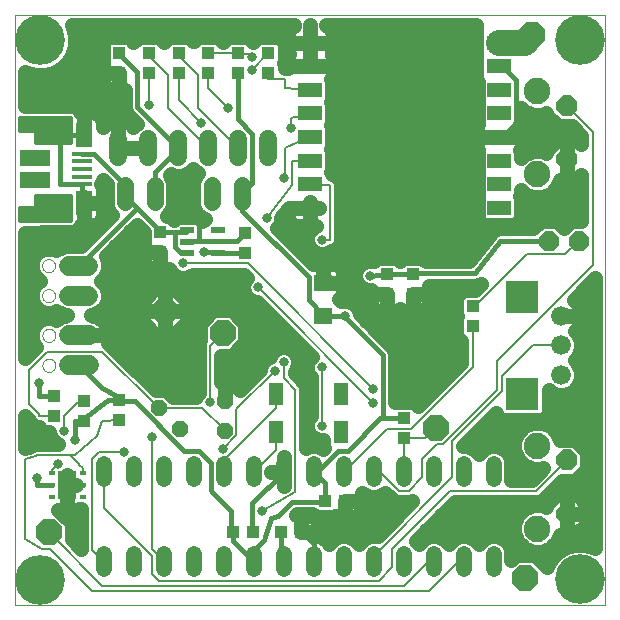
<source format=gbl>
G75*
%MOIN*%
%OFA0B0*%
%FSLAX24Y24*%
%IPPOS*%
%LPD*%
%AMOC8*
5,1,8,0,0,1.08239X$1,22.5*
%
%ADD10C,0.0000*%
%ADD11R,0.0630X0.0551*%
%ADD12R,0.0394X0.0433*%
%ADD13R,0.0433X0.0394*%
%ADD14R,0.0472X0.0217*%
%ADD15C,0.0520*%
%ADD16R,0.0512X0.0748*%
%ADD17R,0.0673X0.0157*%
%ADD18R,0.0575X0.0787*%
%ADD19R,0.0984X0.0541*%
%ADD20C,0.0160*%
%ADD21C,0.0560*%
%ADD22OC8,0.0660*%
%ADD23OC8,0.0850*%
%ADD24OC8,0.0700*%
%ADD25C,0.0885*%
%ADD26C,0.0660*%
%ADD27R,0.1102X0.1102*%
%ADD28C,0.0600*%
%ADD29C,0.0650*%
%ADD30OC8,0.0520*%
%ADD31R,0.0236X0.0157*%
%ADD32R,0.0591X0.0945*%
%ADD33R,0.0787X0.0512*%
%ADD34C,0.0317*%
%ADD35C,0.0500*%
%ADD36C,0.0199*%
%ADD37C,0.0080*%
%ADD38C,0.1660*%
%ADD39C,0.0860*%
D10*
X000350Y000350D02*
X000350Y020035D01*
X020035Y020035D01*
X020035Y000350D01*
X000350Y000350D01*
X001267Y008344D02*
X001269Y008373D01*
X001275Y008401D01*
X001284Y008429D01*
X001297Y008455D01*
X001314Y008478D01*
X001333Y008500D01*
X001355Y008519D01*
X001380Y008534D01*
X001406Y008547D01*
X001434Y008555D01*
X001462Y008560D01*
X001491Y008561D01*
X001520Y008558D01*
X001548Y008551D01*
X001575Y008541D01*
X001601Y008527D01*
X001624Y008510D01*
X001645Y008490D01*
X001663Y008467D01*
X001678Y008442D01*
X001689Y008415D01*
X001697Y008387D01*
X001701Y008358D01*
X001701Y008330D01*
X001697Y008301D01*
X001689Y008273D01*
X001678Y008246D01*
X001663Y008221D01*
X001645Y008198D01*
X001624Y008178D01*
X001601Y008161D01*
X001575Y008147D01*
X001548Y008137D01*
X001520Y008130D01*
X001491Y008127D01*
X001462Y008128D01*
X001434Y008133D01*
X001406Y008141D01*
X001380Y008154D01*
X001355Y008169D01*
X001333Y008188D01*
X001314Y008210D01*
X001297Y008233D01*
X001284Y008259D01*
X001275Y008287D01*
X001269Y008315D01*
X001267Y008344D01*
X001267Y009344D02*
X001269Y009373D01*
X001275Y009401D01*
X001284Y009429D01*
X001297Y009455D01*
X001314Y009478D01*
X001333Y009500D01*
X001355Y009519D01*
X001380Y009534D01*
X001406Y009547D01*
X001434Y009555D01*
X001462Y009560D01*
X001491Y009561D01*
X001520Y009558D01*
X001548Y009551D01*
X001575Y009541D01*
X001601Y009527D01*
X001624Y009510D01*
X001645Y009490D01*
X001663Y009467D01*
X001678Y009442D01*
X001689Y009415D01*
X001697Y009387D01*
X001701Y009358D01*
X001701Y009330D01*
X001697Y009301D01*
X001689Y009273D01*
X001678Y009246D01*
X001663Y009221D01*
X001645Y009198D01*
X001624Y009178D01*
X001601Y009161D01*
X001575Y009147D01*
X001548Y009137D01*
X001520Y009130D01*
X001491Y009127D01*
X001462Y009128D01*
X001434Y009133D01*
X001406Y009141D01*
X001380Y009154D01*
X001355Y009169D01*
X001333Y009188D01*
X001314Y009210D01*
X001297Y009233D01*
X001284Y009259D01*
X001275Y009287D01*
X001269Y009315D01*
X001267Y009344D01*
X001259Y010670D02*
X001261Y010699D01*
X001267Y010727D01*
X001276Y010755D01*
X001289Y010781D01*
X001306Y010804D01*
X001325Y010826D01*
X001347Y010845D01*
X001372Y010860D01*
X001398Y010873D01*
X001426Y010881D01*
X001454Y010886D01*
X001483Y010887D01*
X001512Y010884D01*
X001540Y010877D01*
X001567Y010867D01*
X001593Y010853D01*
X001616Y010836D01*
X001637Y010816D01*
X001655Y010793D01*
X001670Y010768D01*
X001681Y010741D01*
X001689Y010713D01*
X001693Y010684D01*
X001693Y010656D01*
X001689Y010627D01*
X001681Y010599D01*
X001670Y010572D01*
X001655Y010547D01*
X001637Y010524D01*
X001616Y010504D01*
X001593Y010487D01*
X001567Y010473D01*
X001540Y010463D01*
X001512Y010456D01*
X001483Y010453D01*
X001454Y010454D01*
X001426Y010459D01*
X001398Y010467D01*
X001372Y010480D01*
X001347Y010495D01*
X001325Y010514D01*
X001306Y010536D01*
X001289Y010559D01*
X001276Y010585D01*
X001267Y010613D01*
X001261Y010641D01*
X001259Y010670D01*
X001259Y011670D02*
X001261Y011699D01*
X001267Y011727D01*
X001276Y011755D01*
X001289Y011781D01*
X001306Y011804D01*
X001325Y011826D01*
X001347Y011845D01*
X001372Y011860D01*
X001398Y011873D01*
X001426Y011881D01*
X001454Y011886D01*
X001483Y011887D01*
X001512Y011884D01*
X001540Y011877D01*
X001567Y011867D01*
X001593Y011853D01*
X001616Y011836D01*
X001637Y011816D01*
X001655Y011793D01*
X001670Y011768D01*
X001681Y011741D01*
X001689Y011713D01*
X001693Y011684D01*
X001693Y011656D01*
X001689Y011627D01*
X001681Y011599D01*
X001670Y011572D01*
X001655Y011547D01*
X001637Y011524D01*
X001616Y011504D01*
X001593Y011487D01*
X001567Y011473D01*
X001540Y011463D01*
X001512Y011456D01*
X001483Y011453D01*
X001454Y011454D01*
X001426Y011459D01*
X001398Y011467D01*
X001372Y011480D01*
X001347Y011495D01*
X001325Y011514D01*
X001306Y011536D01*
X001289Y011559D01*
X001276Y011585D01*
X001267Y011613D01*
X001261Y011641D01*
X001259Y011670D01*
D11*
X010635Y011106D03*
X010635Y010003D03*
D12*
X012755Y010712D03*
X012755Y011381D03*
X013618Y011377D03*
X013618Y010708D03*
X008032Y012093D03*
X008032Y012762D03*
X005179Y012786D03*
X005179Y012117D03*
X003814Y018089D03*
X003814Y018758D03*
X006789Y018758D03*
X006789Y018089D03*
D13*
X007787Y018089D03*
X008807Y018089D03*
X008807Y018758D03*
X007787Y018758D03*
X005812Y018758D03*
X004812Y018758D03*
X004812Y018089D03*
X005812Y018089D03*
X015613Y010319D03*
X015613Y009650D03*
X013327Y006585D03*
X013327Y005916D03*
X011372Y003824D03*
X010703Y003824D03*
X009905Y002795D03*
X009236Y002795D03*
X008277Y002805D03*
X007608Y002805D03*
X003812Y006508D03*
X002669Y006501D03*
X001656Y006643D03*
X001656Y007312D03*
X002669Y007170D03*
X003812Y007177D03*
D14*
X006095Y012096D03*
X006095Y012470D03*
X006095Y012844D03*
X007119Y012844D03*
X007119Y012096D03*
D15*
X007317Y005065D02*
X007317Y004545D01*
X006317Y004545D02*
X006317Y005065D01*
X005317Y005065D02*
X005317Y004545D01*
X004317Y004545D02*
X004317Y005065D01*
X003317Y005065D02*
X003317Y004545D01*
X003317Y002065D02*
X003317Y001545D01*
X004317Y001545D02*
X004317Y002065D01*
X005317Y002065D02*
X005317Y001545D01*
X006317Y001545D02*
X006317Y002065D01*
X007317Y002065D02*
X007317Y001545D01*
X008317Y001545D02*
X008317Y002065D01*
X009317Y002065D02*
X009317Y001545D01*
X010317Y001545D02*
X010317Y002065D01*
X011317Y002065D02*
X011317Y001545D01*
X012317Y001545D02*
X012317Y002065D01*
X013317Y002065D02*
X013317Y001545D01*
X014317Y001545D02*
X014317Y002065D01*
X015317Y002065D02*
X015317Y001545D01*
X016317Y001545D02*
X016317Y002065D01*
X016317Y004545D02*
X016317Y005065D01*
X015317Y005065D02*
X015317Y004545D01*
X014317Y004545D02*
X014317Y005065D01*
X013317Y005065D02*
X013317Y004545D01*
X012317Y004545D02*
X012317Y005065D01*
X011317Y005065D02*
X011317Y004545D01*
X010317Y004545D02*
X010317Y005065D01*
X009317Y005065D02*
X009317Y004545D01*
X008317Y004545D02*
X008317Y005065D01*
D16*
X009049Y006125D03*
X011214Y006125D03*
X011214Y007385D03*
X009049Y007385D03*
D17*
X002598Y014382D03*
X002598Y014638D03*
X002598Y014894D03*
X002598Y015150D03*
X002598Y015406D03*
D18*
X002649Y016036D03*
X002649Y013752D03*
D19*
X001011Y014525D03*
X001011Y015263D03*
D20*
X001069Y015779D02*
X002179Y015779D01*
X002179Y016596D01*
X001167Y016596D01*
X001169Y016595D01*
X000539Y016595D01*
X000537Y016200D01*
X001069Y016200D01*
X002179Y016200D01*
X002179Y016042D02*
X001069Y016042D01*
X001069Y016200D02*
X001069Y015779D01*
X001069Y015883D02*
X002179Y015883D01*
X001850Y016036D02*
X001850Y014378D01*
X002598Y014378D01*
X002598Y014382D01*
X002602Y014381D01*
X002602Y013807D01*
X002649Y013759D01*
X002649Y013752D01*
X002179Y013823D02*
X001069Y013823D01*
X001069Y013981D02*
X002179Y013981D01*
X002179Y014002D02*
X001069Y014002D01*
X001069Y013581D01*
X000537Y013581D01*
X000535Y013184D01*
X001165Y013184D01*
X001167Y013185D01*
X002179Y013185D01*
X002179Y014002D01*
X002179Y013664D02*
X001069Y013664D01*
X000537Y013506D02*
X002179Y013506D01*
X002179Y013347D02*
X000536Y013347D01*
X000535Y013189D02*
X002179Y013189D01*
X004019Y013988D02*
X004021Y014070D01*
X004019Y014074D01*
X004019Y014374D01*
X002988Y015405D01*
X002602Y015405D01*
X002598Y015406D01*
X002649Y016036D02*
X001850Y016036D01*
X002179Y016359D02*
X000538Y016359D01*
X000538Y016517D02*
X002179Y016517D01*
X004429Y016964D02*
X005799Y015594D01*
X005804Y015589D01*
X005767Y015515D01*
X005027Y014775D01*
X005027Y014074D01*
X005021Y014070D01*
X004409Y013598D02*
X002484Y011673D01*
X002476Y011670D01*
X004409Y013598D02*
X005145Y012862D01*
X005179Y012786D01*
X005185Y012791D01*
X005696Y012791D01*
X005696Y012295D01*
X005893Y012098D01*
X006090Y012098D01*
X006095Y012096D01*
X006641Y012130D02*
X007043Y012130D01*
X007119Y012096D01*
X007122Y012098D01*
X008027Y012098D01*
X008032Y012093D01*
X007744Y012476D02*
X008027Y012759D01*
X008032Y012762D01*
X007744Y012476D02*
X006492Y012476D01*
X006492Y013019D01*
X006397Y013114D01*
X005673Y013114D01*
X006090Y012838D02*
X006095Y012844D01*
X006090Y012838D02*
X006043Y012791D01*
X005696Y012791D01*
X006098Y012476D02*
X006095Y012470D01*
X006098Y012476D02*
X006492Y012476D01*
X007933Y013507D02*
X010153Y011287D01*
X010153Y010515D01*
X010594Y010074D01*
X010635Y010003D01*
X010641Y010004D01*
X011358Y010004D01*
X011389Y009925D01*
X012626Y008689D01*
X012626Y006578D01*
X013326Y006578D01*
X013327Y006585D01*
X012626Y006578D02*
X012531Y006578D01*
X011444Y005492D01*
X011137Y005492D01*
X010437Y004791D01*
X010317Y004805D01*
X010319Y004799D01*
X010696Y004421D01*
X010696Y003830D01*
X010703Y003824D01*
X010618Y003799D01*
X009594Y003799D01*
X009126Y003330D01*
X008907Y003252D01*
X008657Y002531D01*
X008177Y002051D01*
X008317Y001805D01*
X008311Y001807D01*
X007610Y002507D01*
X007610Y002799D01*
X007608Y002805D01*
X007555Y002870D01*
X007555Y003492D01*
X006925Y004122D01*
X006893Y004200D01*
X006893Y005090D01*
X006492Y005492D01*
X005996Y005492D01*
X004342Y007145D01*
X003885Y007145D01*
X003812Y007177D01*
X003756Y007334D01*
X003256Y007578D01*
X002492Y008342D01*
X002484Y008344D01*
X001161Y007752D02*
X001161Y007319D01*
X001656Y007312D01*
X002594Y006555D02*
X002619Y006572D01*
X002665Y006507D01*
X002669Y006501D01*
X002350Y006501D01*
X002350Y005850D01*
X002619Y006572D02*
X003474Y007185D01*
X003812Y007177D01*
X001082Y004602D02*
X001100Y004350D01*
X001588Y004350D01*
X002100Y004350D02*
X002100Y003350D01*
X002100Y004350D02*
X002612Y004350D01*
X008263Y003752D02*
X008263Y003114D01*
X008271Y003106D01*
X008271Y002807D01*
X008277Y002805D01*
X009236Y002795D02*
X009240Y002791D01*
X009240Y001878D01*
X009311Y001807D01*
X009317Y001805D01*
X010311Y001807D02*
X010311Y002389D01*
X009909Y002791D01*
X009905Y002795D01*
X010850Y002795D01*
X010850Y002850D01*
X010817Y002850D01*
X010317Y001805D02*
X010311Y001807D01*
X008263Y003752D02*
X009311Y004799D01*
X009317Y004805D01*
X012189Y011334D02*
X012755Y011381D01*
X012759Y011381D01*
X013618Y011381D01*
X013618Y011377D01*
X013696Y011413D01*
X015696Y011413D01*
X016533Y012500D01*
X018153Y012500D01*
X018157Y012502D01*
X016578Y015941D02*
X016500Y015956D01*
X016498Y015958D01*
X016578Y015941D02*
X017059Y016421D01*
X017059Y017854D01*
X016626Y018287D01*
X016578Y018287D01*
X016500Y018319D01*
X016500Y018350D01*
X008271Y016074D02*
X008271Y014421D01*
X007917Y014067D01*
X007916Y014063D01*
X007933Y013980D01*
X007933Y013507D01*
X010200Y013594D02*
X010443Y013533D01*
X010200Y013594D01*
X010443Y013541D01*
X010200Y013594D01*
X008271Y016074D02*
X007791Y016555D01*
X007791Y018082D01*
X007787Y018089D01*
X004429Y018114D02*
X004429Y016964D01*
X004429Y018114D02*
X003815Y018728D01*
X003815Y018752D01*
X003814Y018758D01*
X004019Y013988D02*
X004409Y013598D01*
D21*
X004021Y013790D02*
X004021Y014350D01*
X005021Y014350D02*
X005021Y013790D01*
X006916Y013783D02*
X006916Y014343D01*
X007916Y014343D02*
X007916Y013783D01*
D22*
X018157Y012502D03*
X019157Y012502D03*
D23*
X014380Y006269D03*
X007280Y009422D03*
X005350Y010143D03*
X001486Y002777D03*
X017371Y001258D03*
X017600Y019350D03*
D24*
X018753Y016988D03*
X018753Y015208D03*
X018753Y005177D03*
X018753Y003397D03*
D25*
X017773Y002907D03*
X017773Y005667D03*
X017773Y014718D03*
X017773Y017478D03*
D26*
X018568Y009996D03*
X018568Y009011D03*
X018568Y008027D03*
D27*
X017268Y007397D03*
X017268Y010626D03*
D28*
X008804Y015289D02*
X008804Y015889D01*
X007804Y015889D02*
X007804Y015289D01*
X006804Y015289D02*
X006804Y015889D01*
X005804Y015889D02*
X005804Y015289D01*
X004804Y015289D02*
X004804Y015889D01*
X003804Y015889D02*
X003804Y015289D01*
D29*
X002801Y011670D02*
X002151Y011670D01*
X002151Y010670D02*
X002801Y010670D01*
X002809Y009344D02*
X002160Y009344D01*
X002160Y008344D02*
X002809Y008344D01*
D30*
X005153Y006930D03*
X005853Y006230D03*
X007351Y006170D03*
X007351Y007170D03*
D31*
X002612Y004744D03*
X002612Y004350D03*
X002612Y003956D03*
X001588Y003956D03*
X001588Y004350D03*
X001588Y004744D03*
D32*
X002100Y004350D03*
D33*
X010200Y013594D03*
X010200Y014381D03*
X010200Y015169D03*
X010200Y015956D03*
X010200Y016744D03*
X010200Y017531D03*
X010200Y018319D03*
X010200Y019106D03*
X016500Y019106D03*
X016500Y018319D03*
X016500Y017531D03*
X016500Y016744D03*
X016500Y015956D03*
X016500Y015169D03*
X016500Y014381D03*
X016500Y013594D03*
D34*
X012189Y011334D03*
X011358Y010004D03*
X009311Y008452D03*
X009027Y008169D03*
X010586Y008279D03*
X012303Y007570D03*
X012303Y007098D03*
X010586Y006334D03*
X007279Y005570D03*
X004933Y005941D03*
X003988Y005452D03*
X002350Y005850D03*
X001994Y006169D03*
X000626Y006100D03*
X001783Y005059D03*
X001082Y004602D03*
X002100Y003350D03*
X008586Y003498D03*
X010817Y002850D03*
X006846Y007114D03*
X001161Y007752D03*
X005956Y011744D03*
X006641Y012130D03*
X005673Y013114D03*
X008744Y013248D03*
X010586Y012535D03*
X008460Y010941D03*
X009311Y014602D03*
X009561Y016254D03*
X007468Y016925D03*
X006570Y016421D03*
X004815Y017035D03*
X008248Y018200D03*
X008256Y018610D03*
D35*
X008297Y019109D02*
X008283Y019142D01*
X008190Y019235D01*
X008069Y019285D01*
X007504Y019285D01*
X007383Y019235D01*
X007290Y019142D01*
X007285Y019129D01*
X007279Y019129D01*
X007265Y019162D01*
X007172Y019255D01*
X007051Y019305D01*
X006526Y019305D01*
X006405Y019255D01*
X006312Y019162D01*
X006305Y019145D01*
X006216Y019235D01*
X006094Y019285D01*
X005530Y019285D01*
X005409Y019235D01*
X005316Y019142D01*
X005312Y019133D01*
X005308Y019142D01*
X005215Y019235D01*
X005094Y019285D01*
X004530Y019285D01*
X004408Y019235D01*
X004315Y019142D01*
X004307Y019122D01*
X004290Y019162D01*
X004198Y019255D01*
X004076Y019305D01*
X003551Y019305D01*
X003430Y019255D01*
X003337Y019162D01*
X003287Y019040D01*
X003287Y018476D01*
X003298Y018450D01*
X003280Y018408D01*
X003267Y018340D01*
X003267Y018089D01*
X003267Y017838D01*
X003280Y017770D01*
X003307Y017707D01*
X003345Y017649D01*
X003394Y017601D01*
X003451Y017562D01*
X003515Y017536D01*
X003582Y017522D01*
X003814Y017522D01*
X004019Y017522D01*
X004019Y016883D01*
X004081Y016732D01*
X004408Y016405D01*
X004374Y016379D01*
X004314Y016319D01*
X004304Y016305D01*
X004294Y016319D01*
X004233Y016379D01*
X004166Y016431D01*
X004092Y016473D01*
X004013Y016506D01*
X003931Y016528D01*
X003847Y016539D01*
X003804Y016539D01*
X003804Y015589D01*
X003804Y015589D01*
X004154Y015589D01*
X004804Y015589D01*
X004804Y015589D01*
X003804Y015589D01*
X003804Y015589D01*
X003804Y016539D01*
X003761Y016539D01*
X003677Y016528D01*
X003595Y016506D01*
X003516Y016473D01*
X003442Y016431D01*
X003374Y016379D01*
X003314Y016319D01*
X003287Y016283D01*
X003287Y016464D01*
X003273Y016532D01*
X003247Y016595D01*
X003208Y016653D01*
X003160Y016701D01*
X003102Y016740D01*
X003039Y016766D01*
X002971Y016779D01*
X002649Y016779D01*
X002546Y016779D01*
X002526Y016828D01*
X002411Y016943D01*
X002260Y017006D01*
X001188Y017006D01*
X001129Y017012D01*
X001108Y017006D01*
X001085Y017006D01*
X001083Y017005D01*
X000700Y017005D01*
X000700Y018125D01*
X000753Y018094D01*
X001048Y018015D01*
X001353Y018015D01*
X001648Y018094D01*
X001913Y018247D01*
X002129Y018463D01*
X002282Y018727D01*
X002361Y019022D01*
X002361Y019328D01*
X002282Y019623D01*
X002246Y019685D01*
X009672Y019685D01*
X009641Y019672D01*
X009584Y019634D01*
X009535Y019585D01*
X009497Y019528D01*
X009470Y019464D01*
X009457Y019396D01*
X009457Y019106D01*
X010200Y019106D01*
X010200Y019106D01*
X009457Y019106D01*
X009457Y018816D01*
X009470Y018748D01*
X009485Y018712D01*
X009470Y018676D01*
X009457Y018609D01*
X009457Y018319D01*
X010200Y018319D01*
X010200Y019106D01*
X010200Y019685D01*
X010200Y019685D01*
X010200Y019106D01*
X010200Y019106D01*
X010200Y019106D01*
X010200Y018500D01*
X010200Y018319D01*
X010200Y018319D01*
X010200Y018318D01*
X009457Y018318D01*
X009457Y018242D01*
X009424Y018255D01*
X009353Y018255D01*
X009353Y018352D01*
X009323Y018424D01*
X009353Y018496D01*
X009353Y019021D01*
X009303Y019142D01*
X009210Y019235D01*
X009089Y019285D01*
X008524Y019285D01*
X008403Y019235D01*
X008310Y019142D01*
X008297Y019109D01*
X009353Y018795D02*
X009461Y018795D01*
X009457Y019293D02*
X007080Y019293D01*
X006497Y019293D02*
X004105Y019293D01*
X003523Y019293D02*
X002361Y019293D01*
X002300Y018795D02*
X003287Y018795D01*
X003267Y018296D02*
X001962Y018296D01*
X003267Y018089D02*
X003814Y018089D01*
X003814Y017522D01*
X003814Y018089D01*
X003814Y018089D01*
X003267Y018089D01*
X003275Y017798D02*
X000700Y017798D01*
X000700Y017299D02*
X004019Y017299D01*
X004053Y016801D02*
X002538Y016801D01*
X002649Y016779D02*
X002649Y016036D01*
X002649Y016036D01*
X002649Y016779D01*
X002649Y016302D02*
X002649Y016302D01*
X003287Y016302D02*
X003302Y016302D01*
X003804Y016302D02*
X003804Y016302D01*
X003804Y015804D02*
X003804Y015804D01*
X005533Y014701D02*
X005546Y014714D01*
X005679Y014659D01*
X005929Y014659D01*
X006161Y014755D01*
X006304Y014898D01*
X006447Y014755D01*
X006460Y014750D01*
X006399Y014688D01*
X006306Y014464D01*
X006306Y013662D01*
X006399Y013437D01*
X006571Y013266D01*
X006683Y013219D01*
X006607Y013144D01*
X006518Y013232D01*
X006397Y013282D01*
X005793Y013282D01*
X005672Y013232D01*
X005643Y013203D01*
X005563Y013282D01*
X005442Y013333D01*
X005426Y013333D01*
X005538Y013444D01*
X005631Y013669D01*
X005631Y014471D01*
X005538Y014695D01*
X005533Y014701D01*
X005631Y014308D02*
X006306Y014308D01*
X006212Y014807D02*
X006396Y014807D01*
X006306Y013810D02*
X005631Y013810D01*
X005494Y013311D02*
X006525Y013311D01*
X004653Y012775D02*
X004653Y012504D01*
X004664Y012478D01*
X004646Y012435D01*
X004633Y012368D01*
X004633Y012117D01*
X005179Y012117D01*
X005179Y012117D01*
X004633Y012117D01*
X004633Y011866D01*
X004646Y011798D01*
X004672Y011735D01*
X004711Y011677D01*
X004760Y011628D01*
X004817Y011590D01*
X004881Y011564D01*
X004948Y011550D01*
X005179Y011550D01*
X005179Y012117D01*
X005179Y012117D01*
X005179Y011550D01*
X005411Y011550D01*
X005478Y011564D01*
X005499Y011572D01*
X005542Y011467D01*
X005680Y011330D01*
X005859Y011255D01*
X006053Y011255D01*
X006233Y011330D01*
X006277Y011374D01*
X007976Y011374D01*
X008089Y011261D01*
X008046Y011217D01*
X007972Y011038D01*
X007972Y010843D01*
X008046Y010664D01*
X008184Y010526D01*
X008363Y010452D01*
X008425Y010452D01*
X010247Y008631D01*
X010172Y008556D01*
X010098Y008376D01*
X010098Y008182D01*
X010172Y008002D01*
X010216Y007958D01*
X010216Y006655D01*
X010172Y006611D01*
X010098Y006431D01*
X010098Y006237D01*
X010172Y006058D01*
X010310Y005920D01*
X010489Y005846D01*
X010628Y005846D01*
X010628Y005685D01*
X010664Y005598D01*
X010637Y005571D01*
X010435Y005655D01*
X010200Y005655D01*
X010074Y005603D01*
X010074Y007605D01*
X010018Y007741D01*
X009914Y007845D01*
X009681Y008078D01*
X009681Y008132D01*
X009725Y008176D01*
X009799Y008355D01*
X009799Y008550D01*
X009725Y008729D01*
X009587Y008866D01*
X009408Y008941D01*
X009213Y008941D01*
X009034Y008866D01*
X008897Y008729D01*
X008854Y008626D01*
X008750Y008583D01*
X008613Y008446D01*
X008539Y008266D01*
X008539Y008204D01*
X007859Y007524D01*
X007604Y007780D01*
X007351Y007780D01*
X007216Y007780D01*
X007216Y008667D01*
X007593Y008667D01*
X008035Y009109D01*
X008035Y009735D01*
X007593Y010177D01*
X006967Y010177D01*
X006525Y009735D01*
X006525Y009179D01*
X006476Y009061D01*
X006476Y007435D01*
X006432Y007390D01*
X006392Y007295D01*
X005622Y007295D01*
X005397Y007520D01*
X005058Y007520D01*
X003473Y009105D01*
X003445Y009116D01*
X003450Y009127D01*
X003472Y009212D01*
X003484Y009300D01*
X003484Y009344D01*
X003484Y009388D01*
X003472Y009476D01*
X003450Y009561D01*
X003416Y009643D01*
X003372Y009720D01*
X003318Y009790D01*
X003255Y009852D01*
X003185Y009906D01*
X003108Y009950D01*
X003027Y009984D01*
X002941Y010007D01*
X002878Y010016D01*
X002931Y010016D01*
X003172Y010115D01*
X003356Y010299D01*
X003456Y010540D01*
X003456Y010801D01*
X003356Y011041D01*
X003227Y011170D01*
X003356Y011299D01*
X003456Y011540D01*
X003456Y011801D01*
X003378Y011988D01*
X004409Y013018D01*
X004653Y012775D01*
X004615Y012813D02*
X004203Y012813D01*
X004633Y012314D02*
X003705Y012314D01*
X003044Y012813D02*
X002350Y012813D01*
X002411Y012838D02*
X002526Y012953D01*
X002549Y013009D01*
X002649Y013009D01*
X002649Y013752D01*
X002649Y013752D01*
X002649Y013009D01*
X002971Y013009D01*
X003039Y013022D01*
X003102Y013048D01*
X003160Y013087D01*
X003208Y013135D01*
X003247Y013193D01*
X003273Y013256D01*
X003287Y013324D01*
X003287Y013752D01*
X002649Y013752D01*
X002649Y013752D01*
X002649Y013953D01*
X002649Y013953D01*
X002649Y013752D01*
X002649Y013752D01*
X003287Y013752D01*
X003287Y014180D01*
X003277Y014230D01*
X003285Y014269D01*
X003285Y014382D01*
X003218Y014382D01*
X003218Y014382D01*
X003285Y014382D01*
X003285Y014495D01*
X003276Y014537D01*
X003411Y014402D01*
X003411Y013669D01*
X003504Y013444D01*
X003590Y013358D01*
X002556Y012325D01*
X002021Y012325D01*
X001781Y012225D01*
X001732Y012177D01*
X001589Y012237D01*
X001364Y012237D01*
X001155Y012151D01*
X000996Y011991D01*
X000910Y011783D01*
X000910Y011558D01*
X000996Y011349D01*
X001155Y011190D01*
X001203Y011170D01*
X001155Y011151D01*
X000996Y010991D01*
X000910Y010783D01*
X000910Y010558D01*
X000996Y010349D01*
X001155Y010190D01*
X001364Y010104D01*
X001589Y010104D01*
X001732Y010163D01*
X001781Y010115D01*
X002021Y010016D01*
X002091Y010016D01*
X002028Y010007D01*
X001942Y009984D01*
X001861Y009950D01*
X001784Y009906D01*
X001722Y009859D01*
X001597Y009910D01*
X001372Y009910D01*
X001164Y009824D01*
X001004Y009665D01*
X000918Y009457D01*
X000918Y009231D01*
X001004Y009023D01*
X001067Y008960D01*
X000700Y008593D01*
X000700Y012774D01*
X001106Y012774D01*
X001128Y012768D01*
X001187Y012774D01*
X001246Y012774D01*
X001249Y012775D01*
X002260Y012775D01*
X002411Y012838D01*
X001994Y012314D02*
X000700Y012314D01*
X000700Y011816D02*
X000923Y011816D01*
X001028Y011317D02*
X000700Y011317D01*
X000700Y010819D02*
X000924Y010819D01*
X001025Y010320D02*
X000700Y010320D01*
X000700Y009822D02*
X001161Y009822D01*
X000918Y009323D02*
X000700Y009323D01*
X000700Y008825D02*
X000931Y008825D01*
X002484Y009344D02*
X002484Y009344D01*
X003484Y009344D01*
X002484Y009344D01*
X003286Y009822D02*
X004575Y009822D01*
X005029Y009368D01*
X005350Y009368D01*
X005671Y009368D01*
X006125Y009822D01*
X006125Y010143D01*
X005350Y010143D01*
X005350Y010143D01*
X005350Y009368D01*
X005350Y010143D01*
X005350Y010143D01*
X006125Y010143D01*
X006125Y010464D01*
X005671Y010918D01*
X005350Y010918D01*
X005350Y010143D01*
X005350Y010143D01*
X004575Y010143D01*
X004575Y009822D01*
X004575Y010143D02*
X005350Y010143D01*
X005350Y010143D01*
X005350Y010918D01*
X005029Y010918D01*
X004575Y010464D01*
X004575Y010143D01*
X004575Y010320D02*
X003365Y010320D01*
X003448Y010819D02*
X004929Y010819D01*
X005350Y010819D02*
X005350Y010819D01*
X005770Y010819D02*
X007982Y010819D01*
X008033Y011317D02*
X006202Y011317D01*
X005710Y011317D02*
X003363Y011317D01*
X003450Y011816D02*
X004643Y011816D01*
X005179Y011816D02*
X005179Y011816D01*
X005350Y010320D02*
X005350Y010320D01*
X005350Y009822D02*
X005350Y009822D01*
X006124Y009822D02*
X006612Y009822D01*
X006125Y010320D02*
X008558Y010320D01*
X009056Y009822D02*
X007948Y009822D01*
X008035Y009323D02*
X009555Y009323D01*
X009629Y008825D02*
X010053Y008825D01*
X010098Y008326D02*
X009787Y008326D01*
X009931Y007828D02*
X010216Y007828D01*
X010216Y007329D02*
X010074Y007329D01*
X010074Y006831D02*
X010216Y006831D01*
X010098Y006332D02*
X010074Y006332D01*
X010074Y005834D02*
X010628Y005834D01*
X009317Y005282D02*
X009317Y004805D01*
X008907Y004805D01*
X008907Y004805D01*
X009317Y004805D01*
X009317Y004805D01*
X009317Y004325D01*
X009317Y004325D01*
X009317Y004805D01*
X009317Y004805D01*
X009317Y005282D01*
X009317Y005282D01*
X009317Y004837D02*
X009317Y004837D01*
X009317Y004805D02*
X009317Y004805D01*
X009334Y004805D01*
X009334Y004805D01*
X009317Y004805D01*
X009317Y004805D01*
X009317Y004338D02*
X009317Y004338D01*
X009764Y003389D02*
X010258Y003389D01*
X010300Y003347D01*
X010421Y003297D01*
X010985Y003297D01*
X011012Y003308D01*
X011054Y003290D01*
X011121Y003277D01*
X011372Y003277D01*
X011372Y003824D01*
X011372Y003824D01*
X011939Y003824D01*
X011939Y004055D01*
X011931Y004098D01*
X011983Y004045D01*
X012200Y003955D01*
X012435Y003955D01*
X012651Y004045D01*
X012703Y004096D01*
X012847Y003951D01*
X012951Y003847D01*
X013087Y003791D01*
X013550Y003791D01*
X013606Y003814D01*
X012443Y002652D01*
X012435Y002655D01*
X012200Y002655D01*
X011983Y002565D01*
X011817Y002400D01*
X011651Y002565D01*
X011435Y002655D01*
X011200Y002655D01*
X010983Y002565D01*
X010824Y002406D01*
X010783Y002463D01*
X010715Y002531D01*
X010637Y002587D01*
X010551Y002631D01*
X010471Y002657D01*
X010471Y002795D01*
X009905Y002795D01*
X009905Y002795D01*
X010471Y002795D01*
X010471Y003027D01*
X010458Y003094D01*
X010432Y003158D01*
X010393Y003215D01*
X010345Y003264D01*
X010287Y003302D01*
X010224Y003329D01*
X010156Y003342D01*
X009905Y003342D01*
X009905Y002795D01*
X009905Y002795D01*
X009905Y003342D01*
X009717Y003342D01*
X009764Y003389D01*
X009905Y003341D02*
X009905Y003341D01*
X010162Y003341D02*
X010315Y003341D01*
X010471Y002843D02*
X012634Y002843D01*
X013133Y003341D02*
X011791Y003341D01*
X011812Y003355D02*
X011861Y003404D01*
X011899Y003461D01*
X011925Y003525D01*
X011939Y003593D01*
X011939Y003824D01*
X011372Y003824D01*
X011372Y003824D01*
X011372Y003277D01*
X011623Y003277D01*
X011691Y003290D01*
X011755Y003317D01*
X011812Y003355D01*
X011372Y003341D02*
X011372Y003341D01*
X011939Y003840D02*
X012970Y003840D01*
X014573Y003341D02*
X017117Y003341D01*
X017118Y003345D02*
X017001Y003061D01*
X017001Y002753D01*
X017118Y002469D01*
X017336Y002252D01*
X017620Y002135D01*
X017927Y002135D01*
X018211Y002252D01*
X018428Y002469D01*
X018523Y002697D01*
X018753Y002697D01*
X018753Y003397D01*
X018753Y004097D01*
X018463Y004097D01*
X018053Y003687D01*
X018053Y003627D01*
X017927Y003680D01*
X017620Y003680D01*
X017336Y003562D01*
X017118Y003345D01*
X017809Y003791D02*
X017945Y003847D01*
X018595Y004497D01*
X019035Y004497D01*
X019433Y004895D01*
X019433Y005459D01*
X019035Y005857D01*
X018531Y005857D01*
X018428Y006105D01*
X018211Y006322D01*
X017927Y006440D01*
X017620Y006440D01*
X017336Y006322D01*
X017118Y006105D01*
X017001Y005821D01*
X017001Y005513D01*
X017118Y005229D01*
X017336Y005012D01*
X017620Y004895D01*
X017927Y004895D01*
X017959Y004908D01*
X017583Y004531D01*
X016907Y004531D01*
X016907Y005183D01*
X016817Y005399D01*
X016651Y005565D01*
X016435Y005655D01*
X016200Y005655D01*
X015983Y005565D01*
X015817Y005400D01*
X015651Y005565D01*
X015435Y005655D01*
X015303Y005655D01*
X015303Y005661D01*
X016397Y006756D01*
X016437Y006659D01*
X016530Y006566D01*
X016652Y006516D01*
X017885Y006516D01*
X018007Y006566D01*
X018099Y006659D01*
X018150Y006780D01*
X018150Y007512D01*
X018194Y007468D01*
X018436Y007367D01*
X018699Y007367D01*
X018942Y007468D01*
X019127Y007653D01*
X019228Y007896D01*
X019228Y008158D01*
X019127Y008401D01*
X019009Y008519D01*
X019127Y008638D01*
X019228Y008880D01*
X019228Y009143D01*
X019127Y009385D01*
X019023Y009489D01*
X019080Y009546D01*
X019134Y009617D01*
X019179Y009694D01*
X019213Y009777D01*
X019236Y009863D01*
X019248Y009951D01*
X019248Y009996D01*
X019248Y010040D01*
X019236Y010129D01*
X019213Y010215D01*
X019179Y010297D01*
X019134Y010374D01*
X019080Y010445D01*
X019017Y010508D01*
X018981Y010536D01*
X019685Y011241D01*
X019685Y002260D01*
X019627Y002293D01*
X019332Y002372D01*
X019027Y002372D01*
X018732Y002293D01*
X018467Y002140D01*
X018251Y001924D01*
X018099Y001660D01*
X018085Y001611D01*
X017684Y002013D01*
X017058Y002013D01*
X016907Y001862D01*
X016907Y002183D01*
X016817Y002399D01*
X016651Y002565D01*
X016435Y002655D01*
X016200Y002655D01*
X015983Y002565D01*
X015817Y002400D01*
X015651Y002565D01*
X015435Y002655D01*
X015200Y002655D01*
X014983Y002565D01*
X014817Y002400D01*
X014651Y002565D01*
X014435Y002655D01*
X014200Y002655D01*
X013983Y002565D01*
X013817Y002400D01*
X013724Y002492D01*
X015023Y003791D01*
X017809Y003791D01*
X017926Y003840D02*
X018206Y003840D01*
X018753Y003840D02*
X018753Y003840D01*
X018753Y004097D02*
X018753Y003397D01*
X018753Y003397D01*
X018753Y003397D01*
X018753Y002697D01*
X019043Y002697D01*
X019453Y003107D01*
X019453Y003397D01*
X018753Y003397D01*
X019453Y003397D01*
X019453Y003687D01*
X019043Y004097D01*
X018753Y004097D01*
X018436Y004338D02*
X019685Y004338D01*
X019685Y004837D02*
X019375Y004837D01*
X019433Y005335D02*
X019685Y005335D01*
X019685Y005834D02*
X019059Y005834D01*
X019685Y006332D02*
X018187Y006332D01*
X018150Y006831D02*
X019685Y006831D01*
X019685Y007329D02*
X018150Y007329D01*
X019199Y007828D02*
X019685Y007828D01*
X019685Y008326D02*
X019158Y008326D01*
X019205Y008825D02*
X019685Y008825D01*
X019685Y009323D02*
X019153Y009323D01*
X019225Y009822D02*
X019685Y009822D01*
X019248Y009996D02*
X018568Y009996D01*
X019248Y009996D01*
X019166Y010320D02*
X019685Y010320D01*
X019685Y010819D02*
X019263Y010819D01*
X018568Y009996D02*
X018568Y009996D01*
X015901Y011054D02*
X015693Y010846D01*
X015330Y010846D01*
X015209Y010796D01*
X015116Y010703D01*
X015066Y010582D01*
X015066Y010057D01*
X015096Y009985D01*
X015066Y009912D01*
X015066Y009387D01*
X015116Y009266D01*
X015209Y009173D01*
X015240Y009161D01*
X015240Y008432D01*
X013800Y006993D01*
X013731Y007062D01*
X013609Y007112D01*
X013045Y007112D01*
X013036Y007108D01*
X013036Y008770D01*
X012973Y008921D01*
X011846Y010048D01*
X011846Y010101D01*
X011772Y010280D01*
X011635Y010418D01*
X011455Y010492D01*
X011261Y010492D01*
X011220Y010475D01*
X011151Y010544D01*
X011173Y010558D01*
X011221Y010607D01*
X011260Y010664D01*
X011286Y010728D01*
X011300Y010796D01*
X011300Y011106D01*
X011300Y011416D01*
X011286Y011483D01*
X011260Y011547D01*
X011221Y011604D01*
X011173Y011653D01*
X011115Y011691D01*
X011052Y011718D01*
X010984Y011731D01*
X010635Y011731D01*
X010635Y011106D01*
X010635Y011106D01*
X011300Y011106D01*
X010635Y011106D01*
X010635Y011106D01*
X010635Y011731D01*
X010289Y011731D01*
X009103Y012917D01*
X009158Y012971D01*
X009232Y013150D01*
X009232Y013273D01*
X009457Y013562D01*
X009457Y013304D01*
X009470Y013236D01*
X009497Y013172D01*
X009535Y013115D01*
X009584Y013066D01*
X009641Y013028D01*
X009705Y013002D01*
X009772Y012988D01*
X010200Y012988D01*
X010200Y013594D01*
X009481Y013594D01*
X009481Y013594D01*
X010200Y013594D01*
X010200Y013594D01*
X010200Y013594D01*
X010200Y013796D01*
X010200Y013796D01*
X010200Y013594D01*
X010200Y013594D01*
X010200Y012988D01*
X010404Y012988D01*
X010310Y012949D01*
X010172Y012812D01*
X010098Y012632D01*
X010098Y012438D01*
X010172Y012258D01*
X010310Y012121D01*
X010489Y012047D01*
X010683Y012047D01*
X010863Y012121D01*
X010907Y012165D01*
X010924Y012165D01*
X011060Y012221D01*
X011164Y012325D01*
X011220Y012461D01*
X011220Y014342D01*
X011223Y014408D01*
X011220Y014415D01*
X011220Y014424D01*
X011195Y014484D01*
X011172Y014546D01*
X011167Y014552D01*
X011164Y014560D01*
X011117Y014606D01*
X011073Y014655D01*
X011065Y014658D01*
X011060Y014664D01*
X010999Y014689D01*
X010939Y014717D01*
X010931Y014717D01*
X010924Y014720D01*
X010917Y014720D01*
X010894Y014775D01*
X010924Y014847D01*
X010924Y015490D01*
X010894Y015563D01*
X010924Y015635D01*
X010924Y016278D01*
X010894Y016350D01*
X010924Y016422D01*
X010924Y017065D01*
X010894Y017137D01*
X010924Y017210D01*
X010924Y017853D01*
X010905Y017899D01*
X010931Y017961D01*
X010944Y018028D01*
X010944Y018318D01*
X010200Y018318D01*
X010200Y018319D01*
X010944Y018319D01*
X010944Y018609D01*
X010931Y018676D01*
X010916Y018712D01*
X010931Y018748D01*
X010944Y018816D01*
X010944Y019106D01*
X010944Y019396D01*
X010931Y019464D01*
X010904Y019528D01*
X010866Y019585D01*
X010817Y019634D01*
X010760Y019672D01*
X010728Y019685D01*
X015738Y019685D01*
X015738Y017780D01*
X015776Y017780D01*
X015776Y017210D01*
X015806Y017137D01*
X015776Y017065D01*
X015776Y016422D01*
X015795Y016376D01*
X015769Y016314D01*
X015756Y016247D01*
X015756Y015956D01*
X015756Y015666D01*
X015769Y015598D01*
X015795Y015536D01*
X015776Y015490D01*
X015776Y014847D01*
X015806Y014775D01*
X015776Y014703D01*
X015776Y014060D01*
X015806Y013988D01*
X015776Y013916D01*
X015776Y013273D01*
X015826Y013151D01*
X015919Y013058D01*
X016040Y013008D01*
X016959Y013008D01*
X017080Y013058D01*
X017173Y013151D01*
X017223Y013273D01*
X017223Y013916D01*
X017193Y013988D01*
X017223Y014060D01*
X017223Y014176D01*
X017336Y014063D01*
X017620Y013946D01*
X017927Y013946D01*
X018211Y014063D01*
X018428Y014280D01*
X018523Y014508D01*
X018753Y014508D01*
X018753Y015208D01*
X018753Y015208D01*
X018753Y015908D01*
X018463Y015908D01*
X018053Y015498D01*
X018053Y015438D01*
X017927Y015491D01*
X017620Y015491D01*
X017336Y015373D01*
X017223Y015260D01*
X017223Y015490D01*
X017204Y015536D01*
X017230Y015598D01*
X017243Y015666D01*
X017243Y015956D01*
X016500Y015956D01*
X016500Y015956D01*
X017243Y015956D01*
X017243Y016247D01*
X017230Y016314D01*
X017204Y016376D01*
X017223Y016422D01*
X017223Y016936D01*
X017336Y016823D01*
X017620Y016706D01*
X017927Y016706D01*
X018073Y016766D01*
X018073Y016706D01*
X018472Y016308D01*
X018916Y016308D01*
X019240Y015984D01*
X019240Y015712D01*
X019043Y015908D01*
X018753Y015908D01*
X018753Y015208D01*
X018753Y015208D01*
X018753Y014508D01*
X019043Y014508D01*
X019240Y014705D01*
X019240Y013162D01*
X018884Y013162D01*
X018657Y012935D01*
X018430Y013162D01*
X017884Y013162D01*
X017632Y012910D01*
X016587Y012910D01*
X016561Y012917D01*
X016507Y012910D01*
X016452Y012910D01*
X016426Y012899D01*
X016399Y012896D01*
X016352Y012868D01*
X016301Y012847D01*
X016282Y012828D01*
X016258Y012814D01*
X016224Y012771D01*
X016185Y012732D01*
X016175Y012707D01*
X015495Y011823D01*
X014052Y011823D01*
X014002Y011874D01*
X013880Y011924D01*
X013355Y011924D01*
X013234Y011874D01*
X013188Y011828D01*
X013139Y011877D01*
X013018Y011927D01*
X012493Y011927D01*
X012372Y011877D01*
X012308Y011813D01*
X012286Y011823D01*
X012091Y011823D01*
X011912Y011748D01*
X011775Y011611D01*
X011700Y011431D01*
X011700Y011237D01*
X011775Y011058D01*
X011912Y010920D01*
X012091Y010846D01*
X012209Y010846D01*
X012209Y010712D01*
X012755Y010712D01*
X012755Y010712D01*
X012209Y010712D01*
X012209Y010461D01*
X012222Y010393D01*
X012248Y010329D01*
X012287Y010272D01*
X012335Y010223D01*
X012393Y010185D01*
X012457Y010158D01*
X012524Y010145D01*
X012755Y010145D01*
X012755Y010712D01*
X012755Y010712D01*
X012755Y010145D01*
X012987Y010145D01*
X013054Y010158D01*
X013118Y010185D01*
X013175Y010223D01*
X013185Y010233D01*
X013198Y010220D01*
X013255Y010181D01*
X013319Y010155D01*
X013387Y010142D01*
X013618Y010142D01*
X013849Y010142D01*
X013917Y010155D01*
X013981Y010181D01*
X014038Y010220D01*
X014087Y010268D01*
X014125Y010326D01*
X014151Y010389D01*
X014165Y010457D01*
X014165Y010708D01*
X013618Y010708D01*
X013618Y010708D01*
X013618Y010142D01*
X013618Y010708D01*
X013618Y010708D01*
X014165Y010708D01*
X014165Y010959D01*
X014156Y011003D01*
X015642Y011003D01*
X015668Y010996D01*
X015723Y011003D01*
X015778Y011003D01*
X015803Y011013D01*
X015830Y011017D01*
X015878Y011044D01*
X015901Y011054D01*
X015264Y010819D02*
X014165Y010819D01*
X014121Y010320D02*
X015066Y010320D01*
X015066Y009822D02*
X012072Y009822D01*
X012255Y010320D02*
X011732Y010320D01*
X012755Y010320D02*
X012755Y010320D01*
X012209Y010819D02*
X011300Y010819D01*
X011300Y011317D02*
X011700Y011317D01*
X012074Y011816D02*
X010204Y011816D01*
X010635Y011317D02*
X010635Y011317D01*
X012303Y011816D02*
X012310Y011816D01*
X011152Y012314D02*
X015873Y012314D01*
X016257Y012813D02*
X011220Y012813D01*
X010173Y012813D02*
X009207Y012813D01*
X009706Y012314D02*
X010149Y012314D01*
X010200Y013311D02*
X010200Y013311D01*
X010200Y013594D02*
X010480Y013594D01*
X010480Y013594D01*
X010200Y013594D01*
X010200Y013594D01*
X009457Y013311D02*
X009261Y013311D01*
X011220Y013311D02*
X015776Y013311D01*
X015776Y013810D02*
X011220Y013810D01*
X011220Y014308D02*
X015776Y014308D01*
X015793Y014807D02*
X010907Y014807D01*
X010924Y015305D02*
X015776Y015305D01*
X015756Y015804D02*
X010924Y015804D01*
X010914Y016302D02*
X015767Y016302D01*
X015756Y015956D02*
X016500Y015956D01*
X015756Y015956D01*
X016500Y015956D02*
X016500Y015956D01*
X017243Y015804D02*
X018359Y015804D01*
X018753Y015804D02*
X018753Y015804D01*
X019148Y015804D02*
X019240Y015804D01*
X018922Y016302D02*
X017232Y016302D01*
X017223Y016801D02*
X017390Y016801D01*
X015776Y016801D02*
X010924Y016801D01*
X010924Y017299D02*
X015776Y017299D01*
X015738Y017798D02*
X010924Y017798D01*
X010944Y018296D02*
X015738Y018296D01*
X015738Y018795D02*
X010940Y018795D01*
X010944Y019106D02*
X010200Y019106D01*
X010944Y019106D01*
X010944Y019293D02*
X015738Y019293D01*
X010200Y019293D02*
X010200Y019293D01*
X010200Y019106D02*
X010200Y019106D01*
X010200Y018795D02*
X010200Y018795D01*
X009457Y018296D02*
X009353Y018296D01*
X003814Y018089D02*
X003814Y018089D01*
X003814Y017798D02*
X003814Y017798D01*
X003411Y014308D02*
X003285Y014308D01*
X003287Y013810D02*
X003411Y013810D01*
X003284Y013311D02*
X003542Y013311D01*
X002649Y013311D02*
X002649Y013311D01*
X002649Y013810D02*
X002649Y013810D01*
X003484Y009323D02*
X006525Y009323D01*
X006476Y008825D02*
X003753Y008825D01*
X004252Y008326D02*
X006476Y008326D01*
X006476Y007828D02*
X004750Y007828D01*
X005588Y007329D02*
X006407Y007329D01*
X007351Y007329D02*
X007351Y007329D01*
X007351Y007170D02*
X007351Y007780D01*
X007351Y007170D01*
X007351Y007170D01*
X007216Y007828D02*
X008163Y007828D01*
X008564Y008326D02*
X007216Y008326D01*
X007750Y008825D02*
X008992Y008825D01*
X012571Y009323D02*
X015093Y009323D01*
X015240Y008825D02*
X013013Y008825D01*
X013036Y008326D02*
X015133Y008326D01*
X014635Y007828D02*
X013036Y007828D01*
X013036Y007329D02*
X014136Y007329D01*
X015973Y006332D02*
X017360Y006332D01*
X017006Y005834D02*
X015475Y005834D01*
X016844Y005335D02*
X017075Y005335D01*
X016907Y004837D02*
X017888Y004837D01*
X019301Y003840D02*
X019685Y003840D01*
X019685Y003341D02*
X019453Y003341D01*
X018753Y003341D02*
X018753Y003341D01*
X018753Y003397D02*
X018753Y003397D01*
X018753Y002843D02*
X018753Y002843D01*
X019189Y002843D02*
X019685Y002843D01*
X019685Y002344D02*
X019437Y002344D01*
X018921Y002344D02*
X018303Y002344D01*
X018206Y001846D02*
X017851Y001846D01*
X017244Y002344D02*
X016840Y002344D01*
X017001Y002843D02*
X014074Y002843D01*
X009905Y002843D02*
X009905Y002843D01*
X002563Y002843D02*
X002241Y002843D01*
X002241Y003090D02*
X002241Y002549D01*
X002563Y002228D01*
X002563Y003548D01*
X002513Y003548D01*
X002497Y003541D01*
X002430Y003528D01*
X002100Y003528D01*
X002100Y004350D01*
X002100Y004685D01*
X002100Y004685D01*
X002100Y004350D01*
X002100Y004350D01*
X002144Y004350D01*
X002392Y004350D01*
X002392Y004350D01*
X002392Y004350D01*
X002100Y004350D01*
X002100Y004350D01*
X002100Y004350D01*
X002100Y004350D01*
X002036Y004350D01*
X002100Y004350D01*
X002100Y003528D01*
X001804Y003528D01*
X002241Y003090D01*
X001990Y003341D02*
X002563Y003341D01*
X002100Y003840D02*
X002100Y003840D01*
X002100Y004338D02*
X002100Y004338D01*
X002036Y004350D02*
X002036Y004350D01*
X000981Y005719D02*
X000948Y005705D01*
X000914Y005698D01*
X000881Y005677D01*
X000845Y005661D01*
X000821Y005636D01*
X000809Y005628D01*
X000700Y005596D01*
X000700Y006658D01*
X000784Y006574D01*
X000810Y006510D01*
X000837Y006443D01*
X000839Y006442D01*
X000839Y006440D01*
X000890Y006389D01*
X000940Y006338D01*
X000942Y006337D01*
X000944Y006336D01*
X001010Y006308D01*
X001075Y006280D01*
X001077Y006280D01*
X001080Y006279D01*
X001151Y006279D01*
X001152Y006279D01*
X001160Y006259D01*
X001253Y006167D01*
X001374Y006116D01*
X001505Y006116D01*
X001505Y006072D01*
X001580Y005892D01*
X001717Y005755D01*
X001785Y005727D01*
X001756Y005727D01*
X001754Y005728D01*
X001683Y005728D01*
X001611Y005729D01*
X001609Y005728D01*
X001134Y005728D01*
X001098Y005735D01*
X001061Y005728D01*
X001024Y005728D01*
X001004Y005719D01*
X000981Y005719D01*
X000700Y005834D02*
X001638Y005834D01*
X000952Y006332D02*
X000700Y006332D01*
X002446Y002344D02*
X002563Y002344D01*
X013618Y010320D02*
X013618Y010320D01*
X017223Y013311D02*
X019240Y013311D01*
X019240Y013810D02*
X017223Y013810D01*
X018440Y014308D02*
X019240Y014308D01*
X018753Y014807D02*
X018753Y014807D01*
X018753Y015305D02*
X018753Y015305D01*
X017268Y015305D02*
X017223Y015305D01*
D36*
X002100Y004350D03*
D37*
X001594Y004744D02*
X001588Y004744D01*
X001594Y004744D02*
X001594Y004870D01*
X001783Y005059D01*
X001681Y005358D02*
X001098Y005358D01*
X001059Y005350D01*
X001043Y005311D01*
X000691Y005208D01*
X000691Y002547D01*
X001256Y002232D01*
X001515Y002232D01*
X002917Y000830D01*
X014145Y000830D01*
X015114Y001799D01*
X015311Y001799D01*
X015317Y001805D01*
X014317Y001805D02*
X014311Y001799D01*
X014114Y001799D01*
X013311Y000996D01*
X003271Y000996D01*
X001492Y002775D01*
X001486Y002777D01*
X002933Y002185D02*
X003311Y001807D01*
X003317Y001805D01*
X002933Y002185D02*
X002933Y005224D01*
X003161Y005452D01*
X003988Y005452D01*
X003317Y004805D02*
X003319Y004799D01*
X003319Y003602D01*
X004933Y001988D01*
X004933Y001389D01*
X005161Y001161D01*
X012476Y001161D01*
X012933Y001618D01*
X012933Y002224D01*
X014870Y004161D01*
X017736Y004161D01*
X018752Y005177D01*
X018753Y005177D01*
X016594Y007476D02*
X014933Y005815D01*
X014933Y004618D01*
X012319Y002004D01*
X012319Y001807D01*
X012317Y001805D01*
X009704Y004116D02*
X008586Y003498D01*
X009704Y004116D02*
X009704Y007531D01*
X009311Y007925D01*
X009311Y008452D01*
X009027Y008169D02*
X007736Y006878D01*
X007736Y006011D01*
X007295Y005570D01*
X007279Y005570D01*
X007319Y005200D02*
X007319Y004807D01*
X007317Y004805D01*
X007319Y005200D02*
X009043Y006925D01*
X009043Y007381D01*
X009049Y007385D01*
X010586Y008279D02*
X010586Y006334D01*
X009049Y006125D02*
X009043Y006122D01*
X009043Y005531D01*
X008319Y004807D01*
X008317Y004805D01*
X007351Y006170D02*
X007350Y006177D01*
X006602Y006925D01*
X005153Y006925D01*
X005153Y006930D01*
X005114Y006941D01*
X003263Y008791D01*
X001421Y008791D01*
X000815Y008185D01*
X000815Y007067D01*
X001153Y006728D01*
X001153Y006649D01*
X001656Y006643D01*
X001994Y006665D02*
X001994Y006169D01*
X001994Y006665D02*
X002395Y007067D01*
X002395Y007090D01*
X002669Y007170D01*
X003271Y006492D02*
X003812Y006508D01*
X003307Y006507D01*
X003271Y006492D02*
X003100Y005992D01*
X002350Y005350D01*
X002240Y005351D01*
X002240Y005319D01*
X002490Y005049D01*
X002507Y005011D01*
X002610Y004909D01*
X002610Y004744D01*
X002612Y004744D01*
X002240Y005351D02*
X001681Y005358D01*
X004933Y005941D02*
X004933Y002216D01*
X005311Y001838D01*
X005311Y001807D01*
X005317Y001805D01*
X011317Y004805D02*
X011319Y004807D01*
X012752Y006240D01*
X013570Y006240D01*
X015610Y008279D01*
X015610Y009649D01*
X015613Y009650D01*
X015613Y010319D02*
X015618Y010326D01*
X015696Y010326D01*
X017421Y012051D01*
X018704Y012051D01*
X019153Y012500D01*
X019157Y012502D01*
X019610Y011689D02*
X019610Y016137D01*
X018759Y016988D01*
X018753Y016988D01*
X010850Y014350D02*
X010246Y014376D01*
X010206Y014376D01*
X010200Y014381D01*
X010850Y014350D02*
X010850Y012535D01*
X010586Y012535D01*
X008744Y013248D02*
X009600Y014350D01*
X009600Y015163D01*
X010198Y015163D01*
X010200Y015169D01*
X010159Y015950D02*
X009350Y015600D01*
X009350Y014602D01*
X009311Y014602D01*
X007804Y015589D02*
X007799Y015594D01*
X006468Y016925D01*
X006468Y018019D01*
X005815Y018673D01*
X005815Y018752D01*
X005812Y018758D01*
X005468Y018019D02*
X004815Y018673D01*
X004815Y018752D01*
X004812Y018758D01*
X004812Y018089D02*
X004815Y018082D01*
X004815Y017035D01*
X005468Y016925D02*
X006799Y015594D01*
X006804Y015589D01*
X006570Y016421D02*
X005815Y017177D01*
X005815Y018082D01*
X005812Y018089D01*
X005468Y018019D02*
X005468Y016925D01*
X006791Y017602D02*
X007468Y016925D01*
X006791Y017602D02*
X006791Y018082D01*
X006789Y018089D01*
X007783Y018752D02*
X007787Y018758D01*
X007744Y018759D01*
X006791Y018759D01*
X006789Y018758D01*
X007787Y018758D02*
X007822Y018736D01*
X008130Y018736D01*
X008256Y018610D01*
X008248Y018200D02*
X008799Y018752D01*
X008807Y018758D01*
X008807Y018089D02*
X008807Y018082D01*
X008807Y017885D01*
X009350Y017885D01*
X009350Y017600D01*
X010159Y017533D01*
X010198Y017533D01*
X010200Y017531D01*
X010200Y016744D02*
X010198Y016738D01*
X010159Y016738D01*
X009561Y016600D01*
X009561Y016254D01*
X010159Y015950D02*
X010198Y015950D01*
X010200Y015956D01*
X008130Y011744D02*
X005956Y011744D01*
X008130Y011744D02*
X012303Y007570D01*
X012303Y007098D02*
X008460Y010941D01*
X007280Y009422D02*
X007279Y009421D01*
X006846Y008988D01*
X006846Y007114D01*
X012317Y004805D02*
X012319Y004799D01*
X012523Y004799D01*
X013161Y004161D01*
X013476Y004161D01*
X013933Y004618D01*
X013933Y005224D01*
X014429Y005720D01*
X014610Y005720D01*
X016429Y007539D01*
X016429Y008507D01*
X019610Y011689D01*
X018568Y009011D02*
X017610Y009011D01*
X016594Y007996D01*
X016594Y007476D01*
X014380Y006269D02*
X014374Y006263D01*
X014035Y005925D01*
X013366Y005925D01*
X013327Y005916D01*
X013326Y005909D01*
X013326Y004815D01*
X013319Y004807D01*
X013317Y004805D01*
D38*
X019179Y001212D03*
X001200Y001200D03*
X001201Y019175D03*
X019182Y019177D03*
D39*
X017600Y019350D02*
X017594Y019350D01*
X017350Y019106D01*
X016500Y019106D01*
M02*

</source>
